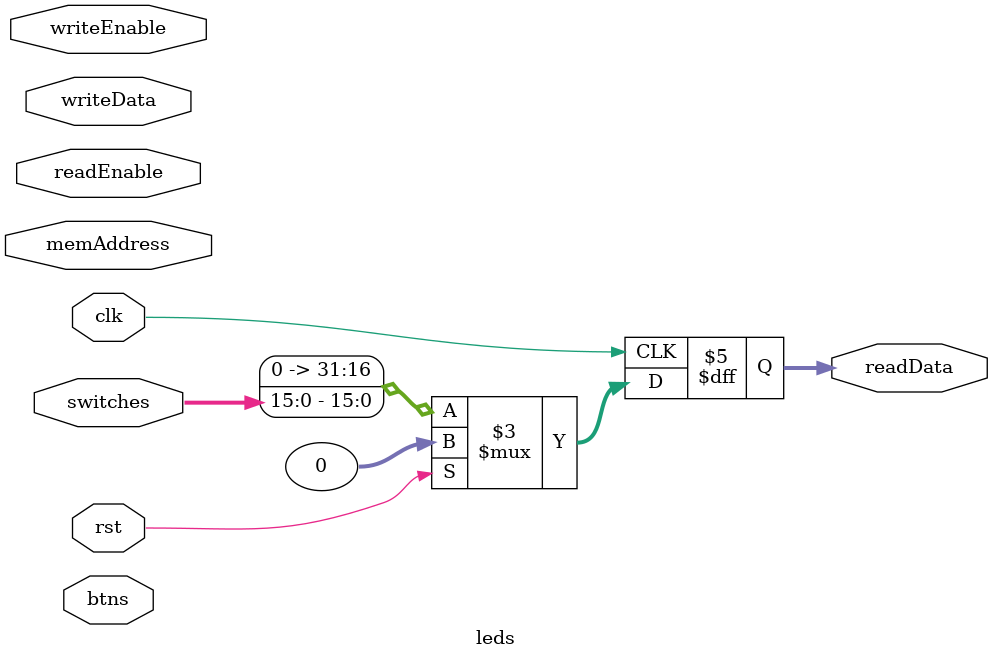
<source format=v>
`timescale 1ns / 1ps


module leds(
    input clk, rst,
    input [15:0] btns,
    input [31:0] writeData,
    input writeEnable,
    input readEnable,
    input [29:0] memAddress,
    input [15:0] switches,
    output reg [31:0] readData
);
    always @(posedge clk) begin
        if (rst) readData <= 0;
        else     readData <= {16'b0, switches};
    end
endmodule


</source>
